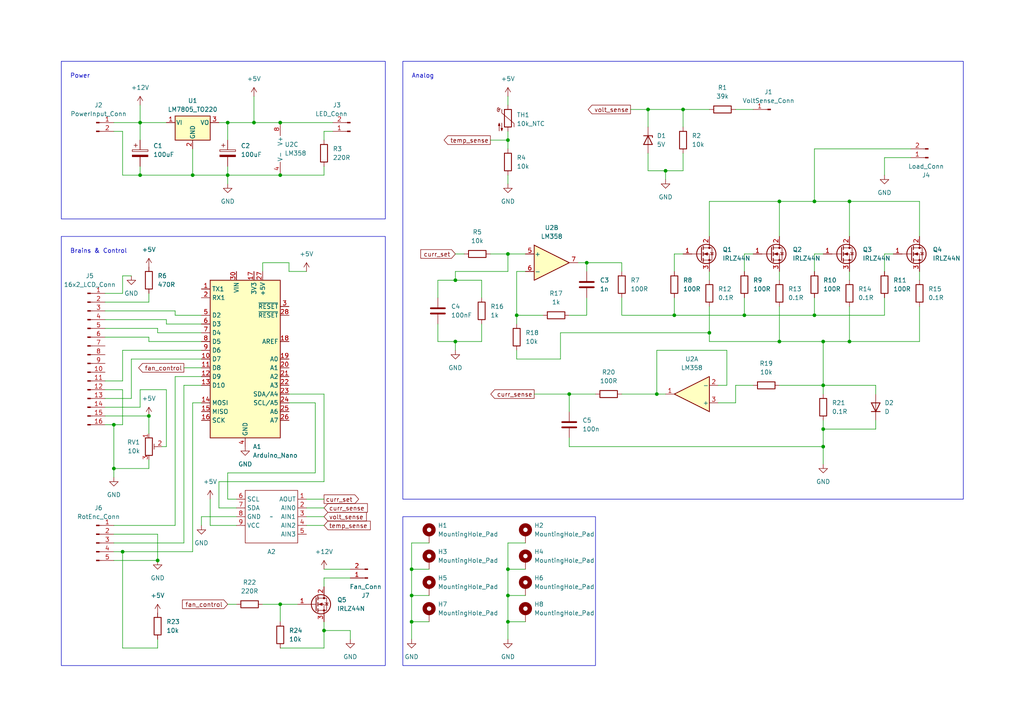
<source format=kicad_sch>
(kicad_sch (version 20230121) (generator eeschema)
  (paper "A4")
  (lib_symbols
    (symbol "Amplifier_Operational:LM358" (pin_names (offset 0.127))
      (property "Reference" "U" (at 0 5.08 0))
      (property "Value" "LM358" (at 0 -5.08 0))
      (symbol "LM358_1_1"
        (pin output line (at 7.62 0 180) (length 2.54) (name "~") (number "1"))
        (pin input line (at -7.62 -2.54 0) (length 2.54) (name "-") (number "2"))
        (pin input line (at -7.62 2.54 0) (length 2.54) (name "+") (number "3"))
      )
      (symbol "LM358_2_1"
        (pin input line (at -7.62 2.54 0) (length 2.54) (name "+") (number "5"))
        (pin input line (at -7.62 -2.54 0) (length 2.54) (name "-") (number "6"))
        (pin output line (at 7.62 0 180) (length 2.54) (name "~") (number "7"))
      )
      (symbol "LM358_3_1"
        (pin power_in line (at -2.54 -7.62 90) (length 3.81) (name "V-") (number "4"))
        (pin power_in line (at -2.54 7.62 270) (length 3.81) (name "V+") (number "8"))
      )
    )
    (symbol "Connector:Conn_01x01_Pin" (pin_names (offset 1.016) hide)
      (property "Reference" "J" (at 0 2.54 0))
      (property "Value" "Conn_01x01_Pin" (at 0 -2.54 0))
      (symbol "Conn_01x01_Pin_1_1"
        (pin passive line (at 5.08 0 180) (length 3.81) (name "Pin_1") (number "1"))
      )
    )
    (symbol "Connector:Conn_01x02_Pin" (pin_names (offset 1.016) hide)
      (property "Reference" "J" (at 0 2.54 0))
      (property "Value" "Conn_01x02_Pin" (at 0 -5.08 0))
      (symbol "Conn_01x02_Pin_1_1"
        (pin passive line (at 5.08 0 180) (length 3.81) (name "Pin_1") (number "1"))
        (pin passive line (at 5.08 -2.54 180) (length 3.81) (name "Pin_2") (number "2"))
      )
    )
    (symbol "Connector:Conn_01x05_Pin" (pin_names (offset 1.016) hide)
      (property "Reference" "J" (at 0 7.62 0))
      (property "Value" "Conn_01x05_Pin" (at 0 -7.62 0))
      (symbol "Conn_01x05_Pin_1_1"
        (pin passive line (at 5.08 5.08 180) (length 3.81) (name "Pin_1") (number "1"))
        (pin passive line (at 5.08 2.54 180) (length 3.81) (name "Pin_2") (number "2"))
        (pin passive line (at 5.08 0 180) (length 3.81) (name "Pin_3") (number "3"))
        (pin passive line (at 5.08 -2.54 180) (length 3.81) (name "Pin_4") (number "4"))
        (pin passive line (at 5.08 -5.08 180) (length 3.81) (name "Pin_5") (number "5"))
      )
    )
    (symbol "Connector:Conn_01x16_Pin" (pin_names (offset 1.016) hide)
      (property "Reference" "J" (at 0 20.32 0))
      (property "Value" "Conn_01x16_Pin" (at 0 -22.86 0))
      (symbol "Conn_01x16_Pin_1_1"
        (pin passive line (at 5.08 17.78 180) (length 3.81) (name "Pin_1") (number "1"))
        (pin passive line (at 5.08 -5.08 180) (length 3.81) (name "Pin_10") (number "10"))
        (pin passive line (at 5.08 -7.62 180) (length 3.81) (name "Pin_11") (number "11"))
        (pin passive line (at 5.08 -10.16 180) (length 3.81) (name "Pin_12") (number "12"))
        (pin passive line (at 5.08 -12.7 180) (length 3.81) (name "Pin_13") (number "13"))
        (pin passive line (at 5.08 -15.24 180) (length 3.81) (name "Pin_14") (number "14"))
        (pin passive line (at 5.08 -17.78 180) (length 3.81) (name "Pin_15") (number "15"))
        (pin passive line (at 5.08 -20.32 180) (length 3.81) (name "Pin_16") (number "16"))
        (pin passive line (at 5.08 15.24 180) (length 3.81) (name "Pin_2") (number "2"))
        (pin passive line (at 5.08 12.7 180) (length 3.81) (name "Pin_3") (number "3"))
        (pin passive line (at 5.08 10.16 180) (length 3.81) (name "Pin_4") (number "4"))
        (pin passive line (at 5.08 7.62 180) (length 3.81) (name "Pin_5") (number "5"))
        (pin passive line (at 5.08 5.08 180) (length 3.81) (name "Pin_6") (number "6"))
        (pin passive line (at 5.08 2.54 180) (length 3.81) (name "Pin_7") (number "7"))
        (pin passive line (at 5.08 0 180) (length 3.81) (name "Pin_8") (number "8"))
        (pin passive line (at 5.08 -2.54 180) (length 3.81) (name "Pin_9") (number "9"))
      )
    )
    (symbol "Device:C" (pin_numbers hide) (pin_names (offset 0.254))
      (property "Reference" "C" (at 0.635 2.54 0))
      (property "Value" "C" (at 0.635 -2.54 0))
      (symbol "C_1_1"
        (pin passive line (at 0 3.81 270) (length 2.794) (name "~") (number "1"))
        (pin passive line (at 0 -3.81 90) (length 2.794) (name "~") (number "2"))
      )
    )
    (symbol "Device:C_Polarized" (pin_numbers hide) (pin_names (offset 0.254))
      (property "Reference" "C" (at 0.635 2.54 0))
      (property "Value" "C_Polarized" (at 0.635 -2.54 0))
      (symbol "C_Polarized_1_1"
        (pin passive line (at 0 3.81 270) (length 2.794) (name "~") (number "1"))
        (pin passive line (at 0 -3.81 90) (length 2.794) (name "~") (number "2"))
      )
    )
    (symbol "Device:D" (pin_numbers hide) (pin_names (offset 1.016) hide)
      (property "Reference" "D" (at 0 2.54 0))
      (property "Value" "D" (at 0 -2.54 0))
      (symbol "D_1_1"
        (pin passive line (at -3.81 0 0) (length 2.54) (name "K") (number "1"))
        (pin passive line (at 3.81 0 180) (length 2.54) (name "A") (number "2"))
      )
    )
    (symbol "Device:D_Zener" (pin_numbers hide) (pin_names (offset 1.016) hide)
      (property "Reference" "D" (at 0 2.54 0))
      (property "Value" "D_Zener" (at 0 -2.54 0))
      (symbol "D_Zener_1_1"
        (pin passive line (at -3.81 0 0) (length 2.54) (name "K") (number "1"))
        (pin passive line (at 3.81 0 180) (length 2.54) (name "A") (number "2"))
      )
    )
    (symbol "Device:R" (pin_numbers hide) (pin_names (offset 0))
      (property "Reference" "R" (at 2.032 0 90))
      (property "Value" "R" (at 0 0 90))
      (symbol "R_1_1"
        (pin passive line (at 0 3.81 270) (length 1.27) (name "~") (number "1"))
        (pin passive line (at 0 -3.81 90) (length 1.27) (name "~") (number "2"))
      )
    )
    (symbol "Device:R_Potentiometer_Trim" (pin_names (offset 1.016) hide)
      (property "Reference" "RV" (at -4.445 0 90))
      (property "Value" "R_Potentiometer_Trim" (at -2.54 0 90))
      (symbol "R_Potentiometer_Trim_1_1"
        (pin passive line (at 0 3.81 270) (length 1.27) (name "1") (number "1"))
        (pin passive line (at 3.81 0 180) (length 1.27) (name "2") (number "2"))
        (pin passive line (at 0 -3.81 90) (length 1.27) (name "3") (number "3"))
      )
    )
    (symbol "Device:Thermistor_NTC" (pin_numbers hide) (pin_names (offset 0))
      (property "Reference" "TH" (at -4.445 0 90))
      (property "Value" "Thermistor_NTC" (at 3.175 0 90))
      (symbol "Thermistor_NTC_1_1"
        (pin passive line (at 0 3.81 270) (length 1.27) (name "~") (number "1"))
        (pin passive line (at 0 -3.81 90) (length 1.27) (name "~") (number "2"))
      )
    )
    (symbol "MCU_Module:Arduino_Nano_Every"
      (property "Reference" "A" (at -10.16 23.495 0))
      (property "Value" "Arduino_Nano_Every" (at 5.08 -24.13 0))
      (symbol "Arduino_Nano_Every_1_1"
        (pin bidirectional line (at -12.7 20.32 0) (length 2.54) (name "TX1") (number "1"))
        (pin bidirectional line (at -12.7 0 0) (length 2.54) (name "D7") (number "10"))
        (pin bidirectional line (at -12.7 -2.54 0) (length 2.54) (name "D8") (number "11"))
        (pin bidirectional line (at -12.7 -5.08 0) (length 2.54) (name "D9") (number "12"))
        (pin bidirectional line (at -12.7 -7.62 0) (length 2.54) (name "D10") (number "13"))
        (pin bidirectional line (at -12.7 -12.7 0) (length 2.54) (name "MOSI") (number "14"))
        (pin bidirectional line (at -12.7 -15.24 0) (length 2.54) (name "MISO") (number "15"))
        (pin bidirectional line (at -12.7 -17.78 0) (length 2.54) (name "SCK") (number "16"))
        (pin power_out line (at 2.54 25.4 270) (length 2.54) (name "3V3") (number "17"))
        (pin input line (at 12.7 5.08 180) (length 2.54) (name "AREF") (number "18"))
        (pin bidirectional line (at 12.7 0 180) (length 2.54) (name "A0") (number "19"))
        (pin bidirectional line (at -12.7 17.78 0) (length 2.54) (name "RX1") (number "2"))
        (pin bidirectional line (at 12.7 -2.54 180) (length 2.54) (name "A1") (number "20"))
        (pin bidirectional line (at 12.7 -5.08 180) (length 2.54) (name "A2") (number "21"))
        (pin bidirectional line (at 12.7 -7.62 180) (length 2.54) (name "A3") (number "22"))
        (pin bidirectional line (at 12.7 -10.16 180) (length 2.54) (name "SDA/A4") (number "23"))
        (pin bidirectional line (at 12.7 -12.7 180) (length 2.54) (name "SCL/A5") (number "24"))
        (pin bidirectional line (at 12.7 -15.24 180) (length 2.54) (name "A6") (number "25"))
        (pin bidirectional line (at 12.7 -17.78 180) (length 2.54) (name "A7") (number "26"))
        (pin power_out line (at 5.08 25.4 270) (length 2.54) (name "+5V") (number "27"))
        (pin input line (at 12.7 12.7 180) (length 2.54) (name "~{RESET}") (number "28"))
        (pin passive line (at 0 -25.4 90) (length 2.54) hide (name "GND") (number "29"))
        (pin input line (at 12.7 15.24 180) (length 2.54) (name "~{RESET}") (number "3"))
        (pin power_in line (at -2.54 25.4 270) (length 2.54) (name "VIN") (number "30"))
        (pin power_in line (at 0 -25.4 90) (length 2.54) (name "GND") (number "4"))
        (pin bidirectional line (at -12.7 12.7 0) (length 2.54) (name "D2") (number "5"))
        (pin bidirectional line (at -12.7 10.16 0) (length 2.54) (name "D3") (number "6"))
        (pin bidirectional line (at -12.7 7.62 0) (length 2.54) (name "D4") (number "7"))
        (pin bidirectional line (at -12.7 5.08 0) (length 2.54) (name "D5") (number "8"))
        (pin bidirectional line (at -12.7 2.54 0) (length 2.54) (name "D6") (number "9"))
      )
    )
    (symbol "Mechanical:MountingHole_Pad" (pin_numbers hide) (pin_names (offset 1.016) hide)
      (property "Reference" "H" (at 0 6.35 0))
      (property "Value" "MountingHole_Pad" (at 0 4.445 0))
      (symbol "MountingHole_Pad_1_1"
        (pin input line (at 0 -2.54 90) (length 2.54) (name "1") (number "1"))
      )
    )
    (symbol "MySymbolLibrary:ADC_DAC_Board"
      (property "Reference" "A" (at 0 0 0))
      (symbol "ADC_DAC_Board_1_1"
        (pin input line (at 10.16 5.08 180) (length 2.54) (name "AOUT") (number "1"))
        (pin input line (at 10.16 2.54 180) (length 2.54) (name "AIN0") (number "2"))
        (pin input line (at 10.16 0 180) (length 2.54) (name "AIN1") (number "3"))
        (pin input line (at 10.16 -2.54 180) (length 2.54) (name "AIN2") (number "4"))
        (pin input line (at 10.16 -5.08 180) (length 2.54) (name "AIN3") (number "5"))
        (pin input line (at -10.16 5.08 0) (length 2.54) (name "SCL") (number "6"))
        (pin input line (at -10.16 2.54 0) (length 2.54) (name "SDA") (number "7"))
        (pin power_in line (at -10.16 0 0) (length 2.54) (name "GND") (number "8"))
        (pin power_in line (at -10.16 -2.54 0) (length 2.54) (name "VCC") (number "9"))
      )
    )
    (symbol "Regulator_Linear:LM7805_TO220" (pin_names (offset 0.254))
      (property "Reference" "U" (at -3.81 3.175 0))
      (property "Value" "LM7805_TO220" (at 0 3.175 0))
      (symbol "LM7805_TO220_1_1"
        (pin power_in line (at -7.62 0 0) (length 2.54) (name "VI") (number "1"))
        (pin power_in line (at 0 -7.62 90) (length 2.54) (name "GND") (number "2"))
        (pin power_out line (at 7.62 0 180) (length 2.54) (name "VO") (number "3"))
      )
    )
    (symbol "Transistor_FET:IRLZ44N" (pin_names hide)
      (property "Reference" "Q" (at 6.35 1.905 0))
      (property "Value" "IRLZ44N" (at 6.35 0 0))
      (symbol "IRLZ44N_1_1"
        (pin input line (at -5.08 0 0) (length 2.54) (name "G") (number "1"))
        (pin passive line (at 2.54 5.08 270) (length 2.54) (name "D") (number "2"))
        (pin passive line (at 2.54 -5.08 90) (length 2.54) (name "S") (number "3"))
      )
    )
    (symbol "power:+12V" (power) (pin_names (offset 0))
      (property "Value" "+12V" (at 0 3.556 0))
      (symbol "+12V_1_1"
        (pin power_in line (at 0 0 90) (length 0) hide (name "+12V") (number "1"))
      )
    )
    (symbol "power:+5V" (power) (pin_names (offset 0))
      (property "Value" "+5V" (at 0 3.556 0))
      (symbol "+5V_1_1"
        (pin power_in line (at 0 0 90) (length 0) hide (name "+5V") (number "1"))
      )
    )
    (symbol "power:GND" (power) (pin_names (offset 0))
      (property "Value" "GND" (at 0 -3.81 0))
      (symbol "GND_1_1"
        (pin power_in line (at 0 0 270) (length 0) hide (name "GND") (number "1"))
      )
    )
  )
  (junction (at 246.38 99.06))
  (junction (at 215.9 91.44))
  (junction (at 73.66 35.56))
  (junction (at 147.32 172.72))
  (junction (at 35.56 160.02))
  (junction (at 40.64 50.8))
  (junction (at 81.28 50.8))
  (junction (at 226.06 58.42))
  (junction (at 132.08 99.06))
  (junction (at 147.32 165.1))
  (junction (at 246.38 58.42))
  (junction (at 81.28 175.26))
  (junction (at 238.76 124.46))
  (junction (at 195.58 91.44))
  (junction (at 55.88 50.8))
  (junction (at 132.08 81.28))
  (junction (at 205.74 96.52))
  (junction (at 238.76 129.54))
  (junction (at 198.12 31.75))
  (junction (at 66.04 50.8))
  (junction (at 119.38 172.72))
  (junction (at 119.38 165.1))
  (junction (at 236.22 58.42))
  (junction (at 238.76 111.76))
  (junction (at 81.28 35.56))
  (junction (at 66.04 35.56))
  (junction (at 40.64 35.56))
  (junction (at 93.98 182.88))
  (junction (at 45.72 162.56))
  (junction (at 147.32 40.64))
  (junction (at 147.32 180.34))
  (junction (at 149.86 91.44))
  (junction (at 226.06 99.06))
  (junction (at 119.38 180.34))
  (junction (at 238.76 99.06))
  (junction (at 190.5 114.3))
  (junction (at 33.02 135.89))
  (junction (at 236.22 91.44))
  (junction (at 43.18 120.65))
  (junction (at 165.1 114.3))
  (junction (at 170.18 76.2))
  (junction (at 33.02 123.19))
  (junction (at 147.32 73.66))
  (junction (at 193.04 49.53))
  (junction (at 187.96 31.75))
  (wire (pts (xy 215.9 91.44) (xy 195.58 91.44)))
  (wire (pts (xy 205.74 88.9) (xy 205.74 96.52)))
  (wire (pts (xy 40.64 48.26) (xy 40.64 50.8)))
  (wire (pts (xy 50.8 91.44) (xy 58.42 91.44)))
  (wire (pts (xy 93.98 48.26) (xy 93.98 50.8)))
  (wire (pts (xy 43.18 99.06) (xy 58.42 99.06)))
  (wire (pts (xy 35.56 80.01) (xy 38.1 80.01)))
  (wire (pts (xy 210.82 111.76) (xy 210.82 101.6)))
  (wire (pts (xy 33.02 135.89) (xy 33.02 123.19)))
  (wire (pts (xy 147.32 172.72) (xy 152.4 172.72)))
  (wire (pts (xy 190.5 101.6) (xy 190.5 114.3)))
  (wire (pts (xy 154.94 114.3) (xy 165.1 114.3)))
  (wire (pts (xy 55.88 160.02) (xy 55.88 116.84)))
  (wire (pts (xy 213.36 31.75) (xy 218.44 31.75)))
  (wire (pts (xy 266.7 78.74) (xy 266.7 81.28)))
  (wire (pts (xy 139.7 99.06) (xy 139.7 93.98)))
  (wire (pts (xy 254 111.76) (xy 238.76 111.76)))
  (wire (pts (xy 246.38 88.9) (xy 246.38 99.06)))
  (wire (pts (xy 215.9 91.44) (xy 236.22 91.44)))
  (wire (pts (xy 30.48 90.17) (xy 50.8 90.17)))
  (wire (pts (xy 119.38 180.34) (xy 119.38 185.42)))
  (wire (pts (xy 195.58 91.44) (xy 180.34 91.44)))
  (wire (pts (xy 127 99.06) (xy 132.08 99.06)))
  (wire (pts (xy 238.76 99.06) (xy 246.38 99.06)))
  (wire (pts (xy 101.6 167.64) (xy 93.98 167.64)))
  (wire (pts (xy 149.86 101.6) (xy 149.86 104.14)))
  (wire (pts (xy 215.9 73.66) (xy 218.44 73.66)))
  (wire (pts (xy 93.98 50.8) (xy 81.28 50.8)))
  (wire (pts (xy 162.56 96.52) (xy 205.74 96.52)))
  (wire (pts (xy 157.48 91.44) (xy 149.86 91.44)))
  (wire (pts (xy 33.02 162.56) (xy 45.72 162.56)))
  (wire (pts (xy 182.88 31.75) (xy 187.96 31.75)))
  (wire (pts (xy 165.1 114.3) (xy 165.1 119.38)))
  (wire (pts (xy 66.04 50.8) (xy 66.04 53.34)))
  (wire (pts (xy 256.54 91.44) (xy 236.22 91.44)))
  (wire (pts (xy 93.98 40.64) (xy 93.98 38.1)))
  (wire (pts (xy 198.12 31.75) (xy 205.74 31.75)))
  (wire (pts (xy 180.34 78.74) (xy 180.34 76.2)))
  (wire (pts (xy 215.9 86.36) (xy 215.9 91.44)))
  (wire (pts (xy 236.22 73.66) (xy 238.76 73.66)))
  (wire (pts (xy 238.76 124.46) (xy 238.76 129.54)))
  (wire (pts (xy 254 124.46) (xy 238.76 124.46)))
  (wire (pts (xy 43.18 97.79) (xy 43.18 99.06)))
  (wire (pts (xy 81.28 175.26) (xy 81.28 180.34)))
  (wire (pts (xy 30.48 115.57) (xy 38.1 115.57)))
  (wire (pts (xy 81.28 175.26) (xy 86.36 175.26)))
  (wire (pts (xy 127 86.36) (xy 127 81.28)))
  (wire (pts (xy 266.7 99.06) (xy 266.7 88.9)))
  (wire (pts (xy 88.9 152.4) (xy 93.98 152.4)))
  (wire (pts (xy 40.64 30.48) (xy 40.64 35.56)))
  (wire (pts (xy 45.72 185.42) (xy 45.72 187.96)))
  (wire (pts (xy 45.72 96.52) (xy 58.42 96.52)))
  (wire (pts (xy 33.02 38.1) (xy 35.56 38.1)))
  (wire (pts (xy 213.36 111.76) (xy 218.44 111.76)))
  (wire (pts (xy 256.54 50.8) (xy 256.54 45.72)))
  (wire (pts (xy 48.26 113.03) (xy 48.26 129.54)))
  (wire (pts (xy 152.4 78.74) (xy 149.86 78.74)))
  (wire (pts (xy 147.32 50.8) (xy 147.32 53.34)))
  (wire (pts (xy 76.2 175.26) (xy 81.28 175.26)))
  (wire (pts (xy 40.64 35.56) (xy 48.26 35.56)))
  (wire (pts (xy 132.08 81.28) (xy 139.7 81.28)))
  (wire (pts (xy 30.48 113.03) (xy 35.56 113.03)))
  (wire (pts (xy 246.38 58.42) (xy 266.7 58.42)))
  (wire (pts (xy 43.18 87.63) (xy 43.18 85.09)))
  (wire (pts (xy 170.18 76.2) (xy 170.18 78.74)))
  (wire (pts (xy 238.76 129.54) (xy 238.76 134.62)))
  (wire (pts (xy 142.24 73.66) (xy 147.32 73.66)))
  (wire (pts (xy 33.02 35.56) (xy 40.64 35.56)))
  (wire (pts (xy 172.72 114.3) (xy 165.1 114.3)))
  (wire (pts (xy 236.22 43.18) (xy 236.22 58.42)))
  (wire (pts (xy 147.32 27.94) (xy 147.32 30.48)))
  (wire (pts (xy 180.34 91.44) (xy 180.34 86.36)))
  (wire (pts (xy 66.04 50.8) (xy 81.28 50.8)))
  (wire (pts (xy 205.74 99.06) (xy 226.06 99.06)))
  (wire (pts (xy 30.48 87.63) (xy 43.18 87.63)))
  (wire (pts (xy 83.82 76.2) (xy 83.82 78.74)))
  (wire (pts (xy 198.12 31.75) (xy 198.12 36.83)))
  (wire (pts (xy 170.18 76.2) (xy 167.64 76.2)))
  (wire (pts (xy 226.06 58.42) (xy 226.06 68.58)))
  (wire (pts (xy 30.48 95.25) (xy 45.72 95.25)))
  (wire (pts (xy 73.66 27.94) (xy 73.66 35.56)))
  (wire (pts (xy 33.02 123.19) (xy 30.48 123.19)))
  (wire (pts (xy 46.99 129.54) (xy 48.26 129.54)))
  (wire (pts (xy 190.5 114.3) (xy 193.04 114.3)))
  (wire (pts (xy 147.32 180.34) (xy 152.4 180.34)))
  (wire (pts (xy 63.5 139.7) (xy 63.5 147.32)))
  (wire (pts (xy 50.8 152.4) (xy 33.02 152.4)))
  (wire (pts (xy 30.48 120.65) (xy 43.18 120.65)))
  (wire (pts (xy 162.56 104.14) (xy 162.56 96.52)))
  (wire (pts (xy 55.88 50.8) (xy 66.04 50.8)))
  (wire (pts (xy 40.64 118.11) (xy 40.64 113.03)))
  (wire (pts (xy 132.08 99.06) (xy 132.08 101.6)))
  (wire (pts (xy 81.28 35.56) (xy 96.52 35.56)))
  (wire (pts (xy 35.56 50.8) (xy 40.64 50.8)))
  (wire (pts (xy 63.5 35.56) (xy 66.04 35.56)))
  (wire (pts (xy 226.06 99.06) (xy 226.06 88.9)))
  (wire (pts (xy 187.96 49.53) (xy 193.04 49.53)))
  (wire (pts (xy 198.12 49.53) (xy 198.12 44.45)))
  (wire (pts (xy 256.54 78.74) (xy 256.54 73.66)))
  (wire (pts (xy 35.56 38.1) (xy 35.56 50.8)))
  (wire (pts (xy 193.04 49.53) (xy 198.12 49.53)))
  (wire (pts (xy 93.98 187.96) (xy 81.28 187.96)))
  (wire (pts (xy 101.6 185.42) (xy 101.6 182.88)))
  (wire (pts (xy 40.64 35.56) (xy 40.64 40.64)))
  (wire (pts (xy 35.56 110.49) (xy 35.56 101.6)))
  (wire (pts (xy 246.38 78.74) (xy 246.38 81.28)))
  (wire (pts (xy 238.76 99.06) (xy 238.76 111.76)))
  (wire (pts (xy 93.98 180.34) (xy 93.98 182.88)))
  (wire (pts (xy 210.82 101.6) (xy 190.5 101.6)))
  (wire (pts (xy 147.32 172.72) (xy 147.32 180.34)))
  (wire (pts (xy 30.48 97.79) (xy 43.18 97.79)))
  (wire (pts (xy 147.32 180.34) (xy 147.32 185.42)))
  (wire (pts (xy 127 81.28) (xy 132.08 81.28)))
  (wire (pts (xy 93.98 38.1) (xy 96.52 38.1)))
  (wire (pts (xy 226.06 99.06) (xy 238.76 99.06)))
  (wire (pts (xy 101.6 182.88) (xy 93.98 182.88)))
  (wire (pts (xy 236.22 91.44) (xy 236.22 86.36)))
  (wire (pts (xy 43.18 133.35) (xy 43.18 135.89)))
  (wire (pts (xy 236.22 58.42) (xy 246.38 58.42)))
  (wire (pts (xy 205.74 58.42) (xy 226.06 58.42)))
  (wire (pts (xy 66.04 175.26) (xy 68.58 175.26)))
  (wire (pts (xy 238.76 124.46) (xy 238.76 121.92)))
  (wire (pts (xy 119.38 172.72) (xy 124.46 172.72)))
  (wire (pts (xy 93.98 114.3) (xy 93.98 139.7)))
  (wire (pts (xy 63.5 147.32) (xy 68.58 147.32)))
  (wire (pts (xy 66.04 35.56) (xy 66.04 40.64)))
  (wire (pts (xy 119.38 172.72) (xy 119.38 165.1)))
  (wire (pts (xy 266.7 58.42) (xy 266.7 68.58)))
  (wire (pts (xy 81.28 35.56) (xy 73.66 35.56)))
  (wire (pts (xy 132.08 78.74) (xy 132.08 81.28)))
  (wire (pts (xy 83.82 114.3) (xy 93.98 114.3)))
  (wire (pts (xy 38.1 115.57) (xy 38.1 104.14)))
  (wire (pts (xy 170.18 91.44) (xy 165.1 91.44)))
  (wire (pts (xy 55.88 43.18) (xy 55.88 50.8)))
  (wire (pts (xy 147.32 73.66) (xy 147.32 78.74)))
  (wire (pts (xy 66.04 48.26) (xy 66.04 50.8)))
  (wire (pts (xy 149.86 91.44) (xy 149.86 93.98)))
  (wire (pts (xy 55.88 116.84) (xy 58.42 116.84)))
  (wire (pts (xy 76.2 76.2) (xy 83.82 76.2)))
  (wire (pts (xy 35.56 187.96) (xy 45.72 187.96)))
  (wire (pts (xy 53.34 106.68) (xy 58.42 106.68)))
  (wire (pts (xy 33.02 160.02) (xy 35.56 160.02)))
  (wire (pts (xy 91.44 116.84) (xy 91.44 137.16)))
  (wire (pts (xy 119.38 157.48) (xy 124.46 157.48)))
  (wire (pts (xy 88.9 147.32) (xy 93.98 147.32)))
  (wire (pts (xy 43.18 135.89) (xy 33.02 135.89)))
  (wire (pts (xy 180.34 114.3) (xy 190.5 114.3)))
  (wire (pts (xy 205.74 78.74) (xy 205.74 81.28)))
  (wire (pts (xy 254 114.3) (xy 254 111.76)))
  (wire (pts (xy 58.42 149.86) (xy 58.42 152.4)))
  (wire (pts (xy 193.04 49.53) (xy 193.04 52.07)))
  (wire (pts (xy 208.28 116.84) (xy 213.36 116.84)))
  (wire (pts (xy 66.04 144.78) (xy 68.58 144.78)))
  (wire (pts (xy 165.1 127) (xy 165.1 129.54)))
  (wire (pts (xy 147.32 165.1) (xy 147.32 172.72)))
  (wire (pts (xy 180.34 76.2) (xy 170.18 76.2)))
  (wire (pts (xy 35.56 113.03) (xy 35.56 123.19)))
  (wire (pts (xy 142.24 40.64) (xy 147.32 40.64)))
  (wire (pts (xy 149.86 78.74) (xy 149.86 91.44)))
  (wire (pts (xy 147.32 73.66) (xy 152.4 73.66)))
  (wire (pts (xy 187.96 31.75) (xy 198.12 31.75)))
  (wire (pts (xy 139.7 81.28) (xy 139.7 86.36)))
  (wire (pts (xy 48.26 93.98) (xy 58.42 93.98)))
  (wire (pts (xy 226.06 58.42) (xy 236.22 58.42)))
  (wire (pts (xy 208.28 111.76) (xy 210.82 111.76)))
  (wire (pts (xy 187.96 31.75) (xy 187.96 36.83)))
  (wire (pts (xy 93.98 167.64) (xy 93.98 170.18)))
  (wire (pts (xy 50.8 90.17) (xy 50.8 91.44)))
  (wire (pts (xy 33.02 138.43) (xy 33.02 135.89)))
  (wire (pts (xy 50.8 109.22) (xy 50.8 152.4)))
  (wire (pts (xy 119.38 180.34) (xy 119.38 172.72)))
  (wire (pts (xy 60.96 144.78) (xy 60.96 152.4)))
  (wire (pts (xy 119.38 180.34) (xy 124.46 180.34)))
  (wire (pts (xy 205.74 68.58) (xy 205.74 58.42)))
  (wire (pts (xy 205.74 96.52) (xy 205.74 99.06)))
  (wire (pts (xy 226.06 111.76) (xy 238.76 111.76)))
  (wire (pts (xy 35.56 101.6) (xy 58.42 101.6)))
  (wire (pts (xy 170.18 86.36) (xy 170.18 91.44)))
  (wire (pts (xy 40.64 50.8) (xy 55.88 50.8)))
  (wire (pts (xy 30.48 92.71) (xy 48.26 92.71)))
  (wire (pts (xy 35.56 160.02) (xy 35.56 187.96)))
  (wire (pts (xy 226.06 78.74) (xy 226.06 81.28)))
  (wire (pts (xy 45.72 154.94) (xy 45.72 162.56)))
  (wire (pts (xy 30.48 85.09) (xy 35.56 85.09)))
  (wire (pts (xy 30.48 110.49) (xy 35.56 110.49)))
  (wire (pts (xy 88.9 144.78) (xy 93.98 144.78)))
  (wire (pts (xy 30.48 118.11) (xy 40.64 118.11)))
  (wire (pts (xy 53.34 111.76) (xy 58.42 111.76)))
  (wire (pts (xy 33.02 154.94) (xy 45.72 154.94)))
  (wire (pts (xy 215.9 78.74) (xy 215.9 73.66)))
  (wire (pts (xy 68.58 149.86) (xy 58.42 149.86)))
  (wire (pts (xy 119.38 165.1) (xy 119.38 157.48)))
  (wire (pts (xy 195.58 91.44) (xy 195.58 86.36)))
  (wire (pts (xy 40.64 113.03) (xy 48.26 113.03)))
  (wire (pts (xy 119.38 165.1) (xy 124.46 165.1)))
  (wire (pts (xy 246.38 58.42) (xy 246.38 68.58)))
  (wire (pts (xy 76.2 78.74) (xy 76.2 76.2)))
  (wire (pts (xy 147.32 165.1) (xy 147.32 157.48)))
  (wire (pts (xy 48.26 92.71) (xy 48.26 93.98)))
  (wire (pts (xy 93.98 182.88) (xy 93.98 187.96)))
  (wire (pts (xy 38.1 104.14) (xy 58.42 104.14)))
  (wire (pts (xy 147.32 40.64) (xy 147.32 43.18)))
  (wire (pts (xy 149.86 104.14) (xy 162.56 104.14)))
  (wire (pts (xy 93.98 139.7) (xy 63.5 139.7)))
  (wire (pts (xy 165.1 129.54) (xy 238.76 129.54)))
  (wire (pts (xy 43.18 120.65) (xy 43.18 125.73)))
  (wire (pts (xy 147.32 38.1) (xy 147.32 40.64)))
  (wire (pts (xy 195.58 78.74) (xy 195.58 73.66)))
  (wire (pts (xy 66.04 35.56) (xy 73.66 35.56)))
  (wire (pts (xy 35.56 160.02) (xy 55.88 160.02)))
  (wire (pts (xy 83.82 116.84) (xy 91.44 116.84)))
  (wire (pts (xy 147.32 78.74) (xy 132.08 78.74)))
  (wire (pts (xy 53.34 157.48) (xy 53.34 111.76)))
  (wire (pts (xy 256.54 86.36) (xy 256.54 91.44)))
  (wire (pts (xy 45.72 95.25) (xy 45.72 96.52)))
  (wire (pts (xy 101.6 165.1) (xy 93.98 165.1)))
  (wire (pts (xy 132.08 73.66) (xy 134.62 73.66)))
  (wire (pts (xy 195.58 73.66) (xy 198.12 73.66)))
  (wire (pts (xy 246.38 99.06) (xy 266.7 99.06)))
  (wire (pts (xy 147.32 157.48) (xy 152.4 157.48)))
  (wire (pts (xy 147.32 165.1) (xy 152.4 165.1)))
  (wire (pts (xy 33.02 157.48) (xy 53.34 157.48)))
  (wire (pts (xy 60.96 152.4) (xy 68.58 152.4)))
  (wire (pts (xy 35.56 123.19) (xy 33.02 123.19)))
  (wire (pts (xy 58.42 109.22) (xy 50.8 109.22)))
  (wire (pts (xy 236.22 78.74) (xy 236.22 73.66)))
  (wire (pts (xy 132.08 99.06) (xy 139.7 99.06)))
  (wire (pts (xy 254 121.92) (xy 254 124.46)))
  (wire (pts (xy 91.44 137.16) (xy 66.04 137.16)))
  (wire (pts (xy 238.76 111.76) (xy 238.76 114.3)))
  (wire (pts (xy 83.82 78.74) (xy 88.9 78.74)))
  (wire (pts (xy 35.56 85.09) (xy 35.56 80.01)))
  (wire (pts (xy 256.54 45.72) (xy 264.16 45.72)))
  (wire (pts (xy 264.16 43.18) (xy 236.22 43.18)))
  (wire (pts (xy 256.54 73.66) (xy 259.08 73.66)))
  (wire (pts (xy 213.36 116.84) (xy 213.36 111.76)))
  (wire (pts (xy 88.9 149.86) (xy 93.98 149.86)))
  (wire (pts (xy 127 93.98) (xy 127 99.06)))
  (wire (pts (xy 66.04 137.16) (xy 66.04 144.78)))
  (wire (pts (xy 187.96 49.53) (xy 187.96 44.45)))
  (rectangle (start 17.78 68.58) (end 111.76 193.04))
  (rectangle (start 116.84 149.86) (end 172.72 193.04))
  (rectangle (start 116.84 17.78) (end 279.4 144.78))
  (rectangle (start 17.78 17.78) (end 111.76 63.5))
  (text "Brains & Control" (at 20.32 73.66 0) (effects (font (size 1.27 1.27)) (justify left bottom)))
  (text "Analog" (at 119.38 22.86 0) (effects (font (size 1.27 1.27)) (justify left bottom)))
  (text "Power" (at 20.32 22.86 0) (effects (font (size 1.27 1.27)) (justify left bottom)))
  (global_label "fan_control" (shape output) (at 53.34 106.68 180) (property "Intersheetrefs" "${INTERSHEET_REFS}" (effects hide)))
  (global_label "curr_sense" (shape input) (at 93.98 147.32 0) (property "Intersheetrefs" "${INTERSHEET_REFS}" (effects hide)))
  (global_label "fan_control" (shape input) (at 66.04 175.26 180) (property "Intersheetrefs" "${INTERSHEET_REFS}" (effects hide)))
  (global_label "curr_set" (shape input) (at 132.08 73.66 180) (property "Intersheetrefs" "${INTERSHEET_REFS}" (effects hide)))
  (global_label "curr_sense" (shape output) (at 154.94 114.3 180) (property "Intersheetrefs" "${INTERSHEET_REFS}" (effects hide)))
  (global_label "curr_set" (shape output) (at 93.98 144.78 0) (property "Intersheetrefs" "${INTERSHEET_REFS}" (effects hide)))
  (global_label "volt_sense" (shape input) (at 93.98 149.86 0) (property "Intersheetrefs" "${INTERSHEET_REFS}" (effects hide)))
  (global_label "temp_sense" (shape output) (at 142.24 40.64 180) (property "Intersheetrefs" "${INTERSHEET_REFS}" (effects hide)))
  (global_label "volt_sense" (shape output) (at 182.88 31.75 180) (property "Intersheetrefs" "${INTERSHEET_REFS}" (effects hide)))
  (global_label "temp_sense" (shape input) (at 93.98 152.4 0) (property "Intersheetrefs" "${INTERSHEET_REFS}" (effects hide)))
  (symbol (lib_id "power:+5V") (at 45.72 177.8 0) (unit 1)
    (property "Reference" "#PWR020" (effects hide))
    (property "Value" "+5V" (at 45.72 172.72 0))
  )
  (symbol (lib_id "Device:R") (at 138.43 73.66 90) (unit 1)
    (property "Reference" "R5" (at 138.43 67.31 90))
    (property "Value" "10k" (at 138.43 69.85 90))
    (property "Footprint" "Resistor_THT:R_Axial_DIN0204_L3.6mm_D1.6mm_P7.62mm_Horizontal" (effects hide))
  )
  (symbol (lib_id "Device:R_Potentiometer_Trim") (at 43.18 129.54 0) (unit 1)
    (property "Reference" "RV1" (at 40.64 128.27 0) (effects (justify right)))
    (property "Value" "10k" (at 40.64 130.81 0) (effects (justify right)))
    (property "Footprint" "Connector_PinHeader_2.54mm:PinHeader_1x03_P2.54mm_Vertical" (effects hide))
  )
  (symbol (lib_id "Device:R") (at 139.7 90.17 180) (unit 1)
    (property "Reference" "R16" (at 142.24 88.9 0) (effects (justify right)))
    (property "Value" "1k" (at 142.24 91.44 0) (effects (justify right)))
    (property "Footprint" "Resistor_THT:R_Axial_DIN0204_L3.6mm_D1.6mm_P7.62mm_Horizontal" (effects hide))
  )
  (symbol (lib_id "power:+5V") (at 147.32 27.94 0) (unit 1)
    (property "Reference" "#PWR02" (effects hide))
    (property "Value" "+5V" (at 147.32 22.86 0))
  )
  (symbol (lib_id "Device:R") (at 238.76 118.11 0) (unit 1)
    (property "Reference" "R21" (at 241.3 116.84 0) (effects (justify left)))
    (property "Value" "0.1R" (at 241.3 119.38 0) (effects (justify left)))
    (property "Footprint" "Resistor_THT:R_Axial_Power_L25.0mm_W9.0mm_P27.94mm" (effects hide))
  )
  (symbol (lib_id "power:GND") (at 147.32 53.34 0) (unit 1)
    (property "Reference" "#PWR07" (effects hide))
    (property "Value" "GND" (at 147.32 58.42 0))
  )
  (symbol (lib_id "Mechanical:MountingHole_Pad") (at 152.4 170.18 0) (unit 1)
    (property "Reference" "H6" (at 154.94 167.64 0) (effects (justify left)))
    (property "Value" "MountingHole_Pad" (at 154.94 170.18 0) (effects (justify left)))
    (property "Footprint" "MountingHole:MountingHole_3.2mm_M3_Pad" (effects hide))
  )
  (symbol (lib_id "power:GND") (at 71.12 129.54 0) (unit 1)
    (property "Reference" "#PWR013" (effects hide))
    (property "Value" "GND" (at 71.12 134.62 0))
  )
  (symbol (lib_id "Amplifier_Operational:LM358") (at 200.66 114.3 180) (unit 1)
    (property "Reference" "U2" (at 200.66 104.14 0))
    (property "Value" "LM358" (at 200.66 106.68 0))
    (property "Footprint" "Package_DIP:DIP-8_W7.62mm_LongPads" (effects hide))
    (property "Datasheet" "http://www.ti.com/lit/ds/symlink/lm2904-n.pdf" (effects hide))
  )
  (symbol (lib_id "power:+5V") (at 88.9 78.74 0) (unit 1)
    (property "Reference" "#PWR09" (effects hide))
    (property "Value" "+5V" (at 88.9 73.66 0))
  )
  (symbol (lib_id "power:+5V") (at 43.18 120.65 0) (unit 1)
    (property "Reference" "#PWR012" (effects hide))
    (property "Value" "+5V" (at 43.18 115.57 0))
  )
  (symbol (lib_id "Device:R") (at 246.38 85.09 0) (unit 1)
    (property "Reference" "R14" (at 248.92 83.82 0) (effects (justify left)))
    (property "Value" "0.1R" (at 248.92 86.36 0) (effects (justify left)))
    (property "Footprint" "Resistor_THT:R_Axial_Power_L25.0mm_W9.0mm_P27.94mm" (effects hide))
  )
  (symbol (lib_id "Device:R") (at 198.12 40.64 180) (unit 1)
    (property "Reference" "R2" (at 200.66 39.37 0) (effects (justify right)))
    (property "Value" "10k" (at 200.66 41.91 0) (effects (justify right)))
    (property "Footprint" "Resistor_THT:R_Axial_DIN0204_L3.6mm_D1.6mm_P7.62mm_Horizontal" (effects hide))
  )
  (symbol (lib_id "Device:R") (at 93.98 44.45 180) (unit 1)
    (property "Reference" "R3" (at 96.52 43.18 0) (effects (justify right)))
    (property "Value" "220R" (at 96.52 45.72 0) (effects (justify right)))
    (property "Footprint" "Resistor_THT:R_Axial_DIN0204_L3.6mm_D1.6mm_P7.62mm_Horizontal" (effects hide))
  )
  (symbol (lib_id "Mechanical:MountingHole_Pad") (at 152.4 177.8 0) (unit 1)
    (property "Reference" "H8" (at 154.94 175.26 0) (effects (justify left)))
    (property "Value" "MountingHole_Pad" (at 154.94 177.8 0) (effects (justify left)))
    (property "Footprint" "MountingHole:MountingHole_3.2mm_M3_Pad" (effects hide))
  )
  (symbol (lib_id "Connector:Conn_01x16_Pin") (at 25.4 102.87 0) (unit 1)
    (property "Reference" "J5" (at 26.035 80.01 0))
    (property "Value" "16x2_LCD_Conn" (at 26.035 82.55 0))
    (property "Footprint" "Connector_PinHeader_2.54mm:PinHeader_1x16_P2.54mm_Vertical" (effects hide))
  )
  (symbol (lib_id "Connector:Conn_01x05_Pin") (at 27.94 157.48 0) (unit 1)
    (property "Reference" "J6" (at 28.575 147.32 0))
    (property "Value" "RotEnc_Conn" (at 28.575 149.86 0))
    (property "Footprint" "Connector_PinHeader_2.54mm:PinHeader_1x05_P2.54mm_Vertical" (effects hide))
  )
  (symbol (lib_id "Device:R") (at 180.34 82.55 0) (unit 1)
    (property "Reference" "R7" (at 182.88 81.28 0) (effects (justify left)))
    (property "Value" "100R" (at 182.88 83.82 0) (effects (justify left)))
    (property "Footprint" "Resistor_THT:R_Axial_DIN0204_L3.6mm_D1.6mm_P7.62mm_Horizontal" (effects hide))
  )
  (symbol (lib_id "Device:R") (at 205.74 85.09 0) (unit 1)
    (property "Reference" "R12" (at 208.28 83.82 0) (effects (justify left)))
    (property "Value" "0.1R" (at 208.28 86.36 0) (effects (justify left)))
    (property "Footprint" "Resistor_THT:R_Axial_Power_L25.0mm_W9.0mm_P27.94mm" (effects hide))
  )
  (symbol (lib_id "Device:R") (at 236.22 82.55 0) (unit 1)
    (property "Reference" "R10" (at 238.76 81.28 0) (effects (justify left)))
    (property "Value" "100R" (at 238.76 83.82 0) (effects (justify left)))
    (property "Footprint" "Resistor_THT:R_Axial_DIN0204_L3.6mm_D1.6mm_P7.62mm_Horizontal" (effects hide))
  )
  (symbol (lib_id "Device:R") (at 72.39 175.26 90) (unit 1)
    (property "Reference" "R22" (at 72.39 168.91 90))
    (property "Value" "220R" (at 72.39 171.45 90))
    (property "Footprint" "Resistor_THT:R_Axial_DIN0204_L3.6mm_D1.6mm_P7.62mm_Horizontal" (effects hide))
  )
  (symbol (lib_id "Device:R") (at 226.06 85.09 0) (unit 1)
    (property "Reference" "R13" (at 228.6 83.82 0) (effects (justify left)))
    (property "Value" "0.1R" (at 228.6 86.36 0) (effects (justify left)))
    (property "Footprint" "Resistor_THT:R_Axial_Power_L25.0mm_W9.0mm_P27.94mm" (effects hide))
  )
  (symbol (lib_id "power:+12V") (at 93.98 165.1 0) (unit 1)
    (property "Reference" "#PWR019" (effects hide))
    (property "Value" "+12V" (at 93.98 160.02 0))
  )
  (symbol (lib_id "power:GND") (at 101.6 185.42 0) (unit 1)
    (property "Reference" "#PWR021" (effects hide))
    (property "Value" "GND" (at 101.6 190.5 0))
  )
  (symbol (lib_id "Device:C_Polarized") (at 40.64 44.45 0) (unit 1)
    (property "Reference" "C1" (at 44.45 42.291 0) (effects (justify left)))
    (property "Value" "100uF" (at 44.45 44.831 0) (effects (justify left)))
    (property "Footprint" "Capacitor_THT:CP_Radial_D6.3mm_P2.50mm" (effects hide))
  )
  (symbol (lib_id "power:GND") (at 58.42 152.4 0) (unit 1)
    (property "Reference" "#PWR017" (effects hide))
    (property "Value" "GND" (at 58.42 157.48 0))
  )
  (symbol (lib_id "Device:R") (at 81.28 184.15 180) (unit 1)
    (property "Reference" "R24" (at 83.82 182.88 0) (effects (justify right)))
    (property "Value" "10k" (at 83.82 185.42 0) (effects (justify right)))
    (property "Footprint" "Resistor_THT:R_Axial_DIN0204_L3.6mm_D1.6mm_P7.62mm_Horizontal" (effects hide))
  )
  (symbol (lib_id "Device:C") (at 127 90.17 0) (unit 1)
    (property "Reference" "C4" (at 130.81 88.9 0) (effects (justify left)))
    (property "Value" "100nF" (at 130.81 91.44 0) (effects (justify left)))
    (property "Footprint" "Capacitor_THT:C_Disc_D3.4mm_W2.1mm_P2.50mm" (effects hide))
  )
  (symbol (lib_id "power:GND") (at 238.76 134.62 0) (unit 1)
    (property "Reference" "#PWR014" (effects hide))
    (property "Value" "GND" (at 238.76 139.7 0))
  )
  (symbol (lib_id "Mechanical:MountingHole_Pad") (at 124.46 170.18 0) (unit 1)
    (property "Reference" "H5" (at 127 167.64 0) (effects (justify left)))
    (property "Value" "MountingHole_Pad" (at 127 170.18 0) (effects (justify left)))
    (property "Footprint" "MountingHole:MountingHole_3.2mm_M3_Pad" (effects hide))
  )
  (symbol (lib_id "Transistor_FET:IRLZ44N") (at 203.2 73.66 0) (unit 1)
    (property "Reference" "Q1" (at 209.55 72.39 0) (effects (justify left)))
    (property "Value" "IRLZ44N" (at 209.55 74.93 0) (effects (justify left)))
    (property "Footprint" "Package_TO_SOT_THT:TO-220-3_Vertical" (effects hide))
    (property "Datasheet" "http://www.irf.com/product-info/datasheets/data/irlz44n.pdf" (effects hide))
  )
  (symbol (lib_id "Transistor_FET:IRLZ44N") (at 264.16 73.66 0) (unit 1)
    (property "Reference" "Q4" (at 270.51 72.39 0) (effects (justify left)))
    (property "Value" "IRLZ44N" (at 270.51 74.93 0) (effects (justify left)))
    (property "Footprint" "Package_TO_SOT_THT:TO-220-3_Vertical" (effects hide))
    (property "Datasheet" "http://www.irf.com/product-info/datasheets/data/irlz44n.pdf" (effects hide))
  )
  (symbol (lib_id "Transistor_FET:IRLZ44N") (at 91.44 175.26 0) (unit 1)
    (property "Reference" "Q5" (at 97.79 173.99 0) (effects (justify left)))
    (property "Value" "IRLZ44N" (at 97.79 176.53 0) (effects (justify left)))
    (property "Footprint" "Package_TO_SOT_THT:TO-220-3_Vertical" (effects hide))
    (property "Datasheet" "http://www.irf.com/product-info/datasheets/data/irlz44n.pdf" (effects hide))
  )
  (symbol (lib_id "power:GND") (at 193.04 52.07 0) (unit 1)
    (property "Reference" "#PWR05" (effects hide))
    (property "Value" "GND" (at 193.04 57.15 0))
  )
  (symbol (lib_id "Device:R") (at 222.25 111.76 90) (unit 1)
    (property "Reference" "R19" (at 222.25 105.41 90))
    (property "Value" "10k" (at 222.25 107.95 90))
    (property "Footprint" "Resistor_THT:R_Axial_DIN0204_L3.6mm_D1.6mm_P7.62mm_Horizontal" (effects hide))
  )
  (symbol (lib_id "Device:R") (at 215.9 82.55 0) (unit 1)
    (property "Reference" "R9" (at 218.44 81.28 0) (effects (justify left)))
    (property "Value" "100R" (at 218.44 83.82 0) (effects (justify left)))
    (property "Footprint" "Resistor_THT:R_Axial_DIN0204_L3.6mm_D1.6mm_P7.62mm_Horizontal" (effects hide))
  )
  (symbol (lib_id "power:GND") (at 119.38 185.42 0) (unit 1)
    (property "Reference" "#PWR022" (effects hide))
    (property "Value" "GND" (at 119.38 190.5 0))
  )
  (symbol (lib_id "Mechanical:MountingHole_Pad") (at 124.46 162.56 0) (unit 1)
    (property "Reference" "H3" (at 127 160.02 0) (effects (justify left)))
    (property "Value" "MountingHole_Pad" (at 127 162.56 0) (effects (justify left)))
    (property "Footprint" "MountingHole:MountingHole_3.2mm_M3_Pad" (effects hide))
  )
  (symbol (lib_id "Mechanical:MountingHole_Pad") (at 124.46 154.94 0) (unit 1)
    (property "Reference" "H1" (at 127 152.4 0) (effects (justify left)))
    (property "Value" "MountingHole_Pad" (at 127 154.94 0) (effects (justify left)))
    (property "Footprint" "MountingHole:MountingHole_3.2mm_M3_Pad" (effects hide))
  )
  (symbol (lib_id "power:GND") (at 45.72 162.56 0) (unit 1)
    (property "Reference" "#PWR018" (effects hide))
    (property "Value" "GND" (at 45.72 167.64 0))
  )
  (symbol (lib_id "Device:R") (at 45.72 181.61 180) (unit 1)
    (property "Reference" "R23" (at 48.26 180.34 0) (effects (justify right)))
    (property "Value" "10k" (at 48.26 182.88 0) (effects (justify right)))
    (property "Footprint" "Resistor_THT:R_Axial_DIN0204_L3.6mm_D1.6mm_P7.62mm_Horizontal" (effects hide))
  )
  (symbol (lib_id "Connector:Conn_01x02_Pin") (at 269.24 45.72 180) (unit 1)
    (property "Reference" "J4" (at 268.605 50.8 0))
    (property "Value" "Load_Conn" (at 268.605 48.26 0))
    (property "Footprint" "Connector_PinHeader_2.54mm:PinHeader_1x02_P2.54mm_Vertical" (effects hide))
  )
  (symbol (lib_id "power:+12V") (at 40.64 30.48 0) (unit 1)
    (property "Reference" "#PWR03" (effects hide))
    (property "Value" "+12V" (at 40.64 25.4 0))
  )
  (symbol (lib_id "Device:R") (at 209.55 31.75 90) (unit 1)
    (property "Reference" "R1" (at 209.55 25.4 90))
    (property "Value" "39k" (at 209.55 27.94 90))
    (property "Footprint" "Resistor_THT:R_Axial_DIN0204_L3.6mm_D1.6mm_P7.62mm_Horizontal" (effects hide))
  )
  (symbol (lib_id "Device:R") (at 266.7 85.09 0) (unit 1)
    (property "Reference" "R15" (at 269.24 83.82 0) (effects (justify left)))
    (property "Value" "0.1R" (at 269.24 86.36 0) (effects (justify left)))
    (property "Footprint" "Resistor_THT:R_Axial_Power_L25.0mm_W9.0mm_P27.94mm" (effects hide))
  )
  (symbol (lib_id "power:GND") (at 147.32 185.42 0) (unit 1)
    (property "Reference" "#PWR023" (effects hide))
    (property "Value" "GND" (at 147.32 190.5 0))
  )
  (symbol (lib_id "power:GND") (at 132.08 101.6 0) (unit 1)
    (property "Reference" "#PWR011" (effects hide))
    (property "Value" "GND" (at 132.08 106.68 0))
  )
  (symbol (lib_id "Device:D") (at 254 118.11 90) (unit 1)
    (property "Reference" "D2" (at 256.54 116.84 90) (effects (justify right)))
    (property "Value" "D" (at 256.54 119.38 90) (effects (justify right)))
    (property "Footprint" "Diode_THT:D_T-1_P5.08mm_Horizontal" (effects hide))
    (property "Sim.Device" "D" (effects hide))
    (property "Sim.Pins" "1=K 2=A" (effects hide))
  )
  (symbol (lib_id "power:+5V") (at 73.66 27.94 0) (unit 1)
    (property "Reference" "#PWR01" (effects hide))
    (property "Value" "+5V" (at 73.66 22.86 0))
  )
  (symbol (lib_id "Connector:Conn_01x02_Pin") (at 27.94 35.56 0) (unit 1)
    (property "Reference" "J2" (at 28.575 30.48 0))
    (property "Value" "PowerInput_Conn" (at 28.575 33.02 0))
    (property "Footprint" "Connector_PinHeader_2.54mm:PinHeader_1x02_P2.54mm_Vertical" (effects hide))
  )
  (symbol (lib_id "Mechanical:MountingHole_Pad") (at 124.46 177.8 0) (unit 1)
    (property "Reference" "H7" (at 127 175.26 0) (effects (justify left)))
    (property "Value" "MountingHole_Pad" (at 127 177.8 0) (effects (justify left)))
    (property "Footprint" "MountingHole:MountingHole_3.2mm_M3_Pad" (effects hide))
  )
  (symbol (lib_id "Device:Thermistor_NTC") (at 147.32 34.29 0) (unit 1)
    (property "Reference" "TH1" (at 149.86 33.3375 0) (effects (justify left)))
    (property "Value" "10k_NTC" (at 149.86 35.8775 0) (effects (justify left)))
    (property "Footprint" "Connector_PinHeader_2.54mm:PinHeader_1x02_P2.54mm_Vertical" (effects hide))
  )
  (symbol (lib_id "power:GND") (at 66.04 53.34 0) (unit 1)
    (property "Reference" "#PWR06" (effects hide))
    (property "Value" "GND" (at 66.04 58.42 0))
  )
  (symbol (lib_id "Transistor_FET:IRLZ44N") (at 243.84 73.66 0) (unit 1)
    (property "Reference" "Q3" (at 250.19 72.39 0) (effects (justify left)))
    (property "Value" "IRLZ44N" (at 250.19 74.93 0) (effects (justify left)))
    (property "Footprint" "Package_TO_SOT_THT:TO-220-3_Vertical" (effects hide))
    (property "Datasheet" "http://www.irf.com/product-info/datasheets/data/irlz44n.pdf" (effects hide))
  )
  (symbol (lib_id "Device:C") (at 165.1 123.19 0) (unit 1)
    (property "Reference" "C5" (at 168.91 121.92 0) (effects (justify left)))
    (property "Value" "100n" (at 168.91 124.46 0) (effects (justify left)))
    (property "Footprint" "Capacitor_THT:C_Disc_D3.4mm_W2.1mm_P2.50mm" (effects hide))
  )
  (symbol (lib_id "Mechanical:MountingHole_Pad") (at 152.4 154.94 0) (unit 1)
    (property "Reference" "H2" (at 154.94 152.4 0) (effects (justify left)))
    (property "Value" "MountingHole_Pad" (at 154.94 154.94 0) (effects (justify left)))
    (property "Footprint" "MountingHole:MountingHole_3.2mm_M3_Pad" (effects hide))
  )
  (symbol (lib_id "Device:R") (at 195.58 82.55 0) (unit 1)
    (property "Reference" "R8" (at 198.12 81.28 0) (effects (justify left)))
    (property "Value" "100R" (at 198.12 83.82 0) (effects (justify left)))
    (property "Footprint" "Resistor_THT:R_Axial_DIN0204_L3.6mm_D1.6mm_P7.62mm_Horizontal" (effects hide))
  )
  (symbol (lib_id "Device:R") (at 43.18 81.28 0) (unit 1)
    (property "Reference" "R6" (at 45.72 80.01 0) (effects (justify left)))
    (property "Value" "470R" (at 45.72 82.55 0) (effects (justify left)))
    (property "Footprint" "Resistor_THT:R_Axial_DIN0204_L3.6mm_D1.6mm_P7.62mm_Horizontal" (effects hide))
  )
  (symbol (lib_id "Device:R") (at 176.53 114.3 90) (unit 1)
    (property "Reference" "R20" (at 176.53 107.95 90))
    (property "Value" "100R" (at 176.53 110.49 90))
    (property "Footprint" "Resistor_THT:R_Axial_DIN0204_L3.6mm_D1.6mm_P7.62mm_Horizontal" (effects hide))
  )
  (symbol (lib_id "power:+5V") (at 60.96 144.78 0) (unit 1)
    (property "Reference" "#PWR016" (effects hide))
    (property "Value" "+5V" (at 60.96 139.7 0))
  )
  (symbol (lib_id "Device:R") (at 147.32 46.99 0) (unit 1)
    (property "Reference" "R4" (at 149.86 45.72 0) (effects (justify left)))
    (property "Value" "10k" (at 149.86 48.26 0) (effects (justify left)))
    (property "Footprint" "Resistor_THT:R_Axial_DIN0204_L3.6mm_D1.6mm_P7.62mm_Horizontal" (effects hide))
  )
  (symbol (lib_id "Device:C") (at 170.18 82.55 0) (unit 1)
    (property "Reference" "C3" (at 173.99 81.28 0) (effects (justify left)))
    (property "Value" "1n" (at 173.99 83.82 0) (effects (justify left)))
    (property "Footprint" "Capacitor_THT:C_Disc_D3.4mm_W2.1mm_P2.50mm" (effects hide))
  )
  (symbol (lib_id "Device:R") (at 256.54 82.55 0) (unit 1)
    (property "Reference" "R11" (at 259.08 81.28 0) (effects (justify left)))
    (property "Value" "100R" (at 259.08 83.82 0) (effects (justify left)))
    (property "Footprint" "Resistor_THT:R_Axial_DIN0204_L3.6mm_D1.6mm_P7.62mm_Horizontal" (effects hide))
  )
  (symbol (lib_id "Connector:Conn_01x01_Pin") (at 223.52 31.75 180) (unit 1)
    (property "Reference" "J1" (at 222.885 26.67 0))
    (property "Value" "VoltSense_Conn" (at 222.885 29.21 0))
    (property "Footprint" "Connector_PinHeader_2.54mm:PinHeader_1x01_P2.54mm_Vertical" (effects hide))
  )
  (symbol (lib_id "Device:D_Zener") (at 187.96 40.64 270) (unit 1)
    (property "Reference" "D1" (at 190.5 39.37 90) (effects (justify left)))
    (property "Value" "5V" (at 190.5 41.91 90) (effects (justify left)))
    (property "Footprint" "Diode_THT:D_T-1_P5.08mm_Horizontal" (effects hide))
  )
  (symbol (lib_id "power:GND") (at 33.02 138.43 0) (unit 1)
    (property "Reference" "#PWR015" (effects hide))
    (property "Value" "GND" (at 33.02 143.51 0))
  )
  (symbol (lib_id "Device:R") (at 149.86 97.79 180) (unit 1)
    (property "Reference" "R18" (at 152.4 96.52 0) (effects (justify right)))
    (property "Value" "10k" (at 152.4 99.06 0) (effects (justify right)))
    (property "Footprint" "Resistor_THT:R_Axial_DIN0204_L3.6mm_D1.6mm_P7.62mm_Horizontal" (effects hide))
  )
  (symbol (lib_id "Device:C_Polarized") (at 66.04 44.45 0) (unit 1)
    (property "Reference" "C2" (at 69.85 42.291 0) (effects (justify left)))
    (property "Value" "100uF" (at 69.85 44.831 0) (effects (justify left)))
    (property "Footprint" "Capacitor_THT:CP_Radial_D6.3mm_P2.50mm" (effects hide))
  )
  (symbol (lib_id "Amplifier_Operational:LM358") (at 160.02 76.2 0) (unit 2)
    (property "Reference" "U2" (at 160.02 66.04 0))
    (property "Value" "LM358" (at 160.02 68.58 0))
    (property "Footprint" "Package_DIP:DIP-8_W7.62mm_LongPads" (effects hide))
    (property "Datasheet" "http://www.ti.com/lit/ds/symlink/lm2904-n.pdf" (effects hide))
  )
  (symbol (lib_id "power:GND") (at 256.54 50.8 0) (unit 1)
    (property "Reference" "#PWR04" (effects hide))
    (property "Value" "GND" (at 256.54 55.88 0))
  )
  (symbol (lib_id "power:GND") (at 38.1 80.01 0) (unit 1)
    (property "Reference" "#PWR010" (effects hide))
    (property "Value" "GND" (at 38.1 85.09 0))
  )
  (symbol (lib_id "Amplifier_Operational:LM358") (at 83.82 43.18 0) (unit 3)
    (property "Reference" "U2" (at 82.55 41.91 0) (effects (justify left)))
    (property "Value" "LM358" (at 82.55 44.45 0) (effects (justify left)))
    (property "Footprint" "Package_DIP:DIP-8_W7.62mm_LongPads" (effects hide))
    (property "Datasheet" "http://www.ti.com/lit/ds/symlink/lm2904-n.pdf" (effects hide))
  )
  (symbol (lib_id "Connector:Conn_01x02_Pin") (at 101.6 38.1 180) (unit 1)
    (property "Reference" "J3" (at 96.52 30.48 0) (effects (justify right)))
    (property "Value" "LED_Conn" (at 91.44 33.02 0) (effects (justify right)))
    (property "Footprint" "Connector_PinHeader_2.54mm:PinHeader_1x02_P2.54mm_Vertical" (effects hide))
  )
  (symbol (lib_id "Regulator_Linear:LM7805_TO220") (at 55.88 35.56 0) (unit 1)
    (property "Reference" "U1" (at 55.88 29.21 0))
    (property "Value" "LM7805_TO220" (at 55.88 31.75 0))
    (property "Footprint" "Package_TO_SOT_THT:TO-220-3_Vertical" (effects hide))
    (property "Datasheet" "https://www.onsemi.cn/PowerSolutions/document/MC7800-D.PDF" (effects hide))
  )
  (symbol (lib_id "Connector:Conn_01x02_Pin") (at 106.68 167.64 180) (unit 1)
    (property "Reference" "J7" (at 106.045 172.72 0))
    (property "Value" "Fan_Conn" (at 106.045 170.18 0))
    (property "Footprint" "Connector_PinHeader_2.54mm:PinHeader_1x02_P2.54mm_Vertical" (effects hide))
  )
  (symbol (lib_id "Mechanical:MountingHole_Pad") (at 152.4 162.56 0) (unit 1)
    (property "Reference" "H4" (at 154.94 160.02 0) (effects (justify left)))
    (property "Value" "MountingHole_Pad" (at 154.94 162.56 0) (effects (justify left)))
    (property "Footprint" "MountingHole:MountingHole_3.2mm_M3_Pad" (effects hide))
  )
  (symbol (lib_id "Device:R") (at 161.29 91.44 90) (unit 1)
    (property "Reference" "R17" (at 161.29 85.09 90))
    (property "Value" "1k" (at 161.29 87.63 90))
    (property "Footprint" "Resistor_THT:R_Axial_DIN0204_L3.6mm_D1.6mm_P7.62mm_Horizontal" (effects hide))
  )
  (symbol (lib_id "MCU_Module:Arduino_Nano_Every") (at 71.12 104.14 0) (unit 1)
    (property "Reference" "A1" (at 73.3141 129.54 0) (effects (justify left)))
    (property "Value" "Arduino_Nano" (at 73.3141 132.08 0) (effects (justify left)))
    (property "Footprint" "Module:Arduino_Nano" (effects hide))
    (property "Datasheet" "https://content.arduino.cc/assets/NANOEveryV3.0_sch.pdf" (effects hide))
  )
  (symbol (lib_id "power:+5V") (at 43.18 77.47 0) (unit 1)
    (property "Reference" "#PWR08" (effects hide))
    (property "Value" "+5V" (at 43.18 72.39 0))
  )
  (symbol (lib_id "MySymbolLibrary:ADC_DAC_Board") (at 78.74 149.86 0) (unit 1)
    (property "Reference" "A2" (at 78.74 160.02 0))
    (property "Value" "~" (at 78.74 149.86 0))
    (property "Footprint" "MyFootprintLibrary:ADC_DAC_Board" (effects hide))
  )
  (symbol (lib_id "Transistor_FET:IRLZ44N") (at 223.52 73.66 0) (unit 1)
    (property "Reference" "Q2" (at 229.87 72.39 0) (effects (justify left)))
    (property "Value" "IRLZ44N" (at 229.87 74.93 0) (effects (justify left)))
    (property "Footprint" "Package_TO_SOT_THT:TO-220-3_Vertical" (effects hide))
    (property "Datasheet" "http://www.irf.com/product-info/datasheets/data/irlz44n.pdf" (effects hide))
  )
)
</source>
